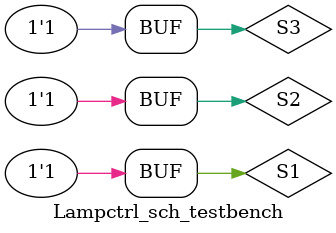
<source format=v>
`timescale 1ns / 1ps


module Lampctrl_sch_testbench(

    );
    reg S1,S2,S3;

    wire F;

    Lampctrl_sch Lampctrl_sch_uut(
                                  .S1(S1),
                                  .S2(S2),
                                  .S3(S3),
                                  .F(F)
                                );
    
    initial begin
        //²âÊÔÌõ¼þ´úÂëÊÇË³ÐòÖ´ÐÐµÄ
        S1 = 0;
        S2 = 0;
        S3 = 0;
        //#50±íÊ¾ÑÓ³Ù50ns
        #50 
        S1 = 1;
        #50 
        S1 = 0;
        S2 = 1;
        #50
        S2 = 0;
        S3 = 1;
        #50
        S1 = 1;
        S2 = 1;
        S3 = 0;
        #50
        S2 = 0;
        S3 = 1;
        #50
        S1 = 0;
        S2 = 1;
        #50
        S1 = 1;
    end

endmodule

</source>
